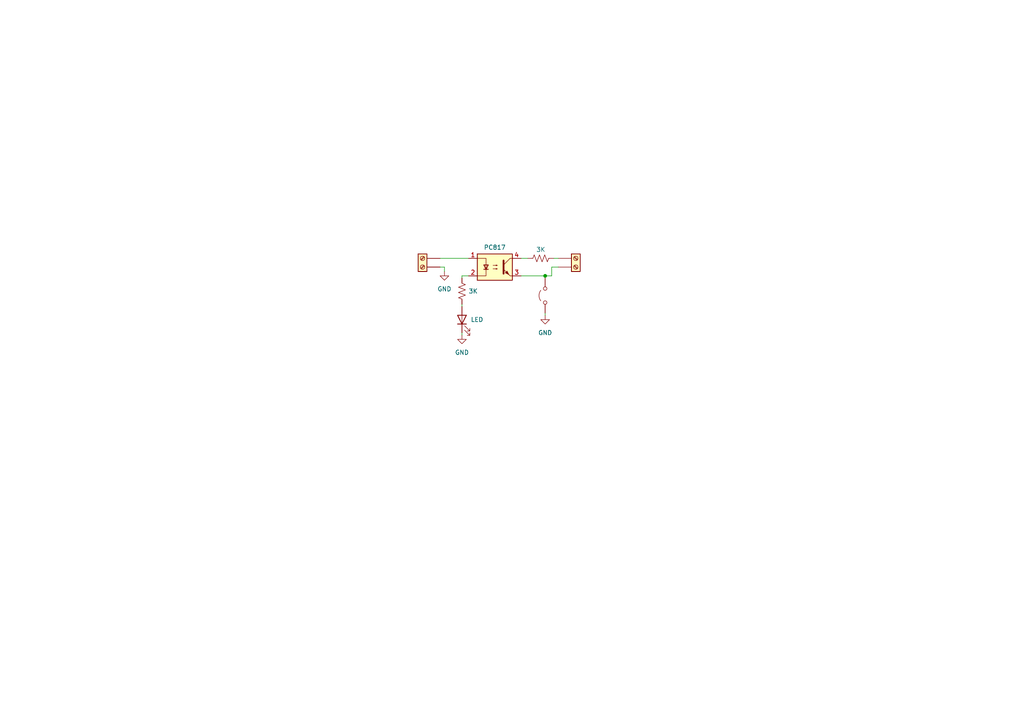
<source format=kicad_sch>
(kicad_sch (version 20211123) (generator eeschema)
  (paper "A4")
  (lib_symbols
    (symbol "Connector:Screw_Terminal_01x02" (pin_numbers hide) (pin_names (offset 1.016) hide)
      (property "Reference" "J" (at 0 2.54 0))
      (property "Value" "Screw_Terminal_01x02" (at 0 -5.08 0))
      (symbol "Screw_Terminal_01x02_1_1"
        (rectangle (start -1.27 1.27) (end 1.27 -3.81) (stroke (width 0.254)) (fill (type background)))
        (circle (center 0 -2.54) (radius 0.635) (stroke (width 0.1524)))
        (polyline (pts (xy -0.5334 -2.2098) (xy 0.3302 -3.048)) (stroke (width 0.1524)))
        (polyline (pts (xy -0.5334 0.3302) (xy 0.3302 -0.508)) (stroke (width 0.1524)))
        (polyline (pts (xy -0.3556 -2.032) (xy 0.508 -2.8702)) (stroke (width 0.1524)))
        (polyline (pts (xy -0.3556 0.508) (xy 0.508 -0.3302)) (stroke (width 0.1524)))
        (circle (center 0 0) (radius 0.635) (stroke (width 0.1524)))
        (pin passive line (at -5.08 0 0) (length 3.81) (name "Pin_1") (number "1"))
        (pin passive line (at -5.08 -2.54 0) (length 3.81) (name "Pin_2") (number "2"))
      )
    )
    (symbol "Device:LED" (pin_numbers hide) (pin_names (offset 1.016) hide)
      (property "Reference" "D" (at 0 2.54 0))
      (property "Value" "LED" (at 0 -2.54 0))
      (symbol "LED_0_1"
        (polyline (pts (xy -1.27 -1.27) (xy -1.27 1.27)) (stroke (width 0.254)))
        (polyline (pts (xy -1.27 0) (xy 1.27 0)))
        (polyline (pts (xy 1.27 -1.27) (xy 1.27 1.27) (xy -1.27 0) (xy 1.27 -1.27)) (stroke (width 0.254)))
        (polyline (pts (xy -3.048 -0.762) (xy -4.572 -2.286) (xy -3.81 -2.286) (xy -4.572 -2.286) (xy -4.572 -1.524)))
        (polyline (pts (xy -1.778 -0.762) (xy -3.302 -2.286) (xy -2.54 -2.286) (xy -3.302 -2.286) (xy -3.302 -1.524)))
      )
      (symbol "LED_1_1"
        (pin passive line (at -3.81 0 0) (length 2.54) (name "K") (number "1"))
        (pin passive line (at 3.81 0 180) (length 2.54) (name "A") (number "2"))
      )
    )
    (symbol "Device:R_US" (pin_numbers hide) (pin_names (offset 0))
      (property "Reference" "R" (at 2.54 0 90))
      (property "Value" "R_US" (at -2.54 0 90))
      (symbol "R_US_0_1"
        (polyline (pts (xy 0 -2.286) (xy 0 -2.54)))
        (polyline (pts (xy 0 2.286) (xy 0 2.54)))
        (polyline (pts (xy 0 -0.762) (xy 1.016 -1.143) (xy 0 -1.524) (xy -1.016 -1.905) (xy 0 -2.286)))
        (polyline (pts (xy 0 0.762) (xy 1.016 0.381) (xy 0 0) (xy -1.016 -0.381) (xy 0 -0.762)))
        (polyline (pts (xy 0 2.286) (xy 1.016 1.905) (xy 0 1.524) (xy -1.016 1.143) (xy 0 0.762)))
      )
      (symbol "R_US_1_1"
        (pin passive line (at 0 3.81 270) (length 1.27) (name "~") (number "1"))
        (pin passive line (at 0 -3.81 90) (length 1.27) (name "~") (number "2"))
      )
    )
    (symbol "Isolator:PC817" (pin_names (offset 1.016))
      (property "Reference" "U" (at -5.08 5.08 0))
      (property "Value" "PC817" (at 0 5.08 0))
      (symbol "PC817_0_1"
        (rectangle (start -5.08 3.81) (end 5.08 -3.81) (stroke (width 0.254)) (fill (type background)))
        (polyline (pts (xy -3.175 -0.635) (xy -1.905 -0.635)) (stroke (width 0.254)))
        (polyline (pts (xy 2.54 0.635) (xy 4.445 2.54)))
        (polyline (pts (xy 4.445 -2.54) (xy 2.54 -0.635)) (fill (type outline)))
        (polyline (pts (xy 4.445 -2.54) (xy 5.08 -2.54)))
        (polyline (pts (xy 4.445 2.54) (xy 5.08 2.54)))
        (polyline (pts (xy -5.08 2.54) (xy -2.54 2.54) (xy -2.54 -0.635)))
        (polyline (pts (xy -2.54 -0.635) (xy -2.54 -2.54) (xy -5.08 -2.54)))
        (polyline (pts (xy 2.54 1.905) (xy 2.54 -1.905) (xy 2.54 -1.905)) (stroke (width 0.508)))
        (polyline (pts (xy -2.54 -0.635) (xy -3.175 0.635) (xy -1.905 0.635) (xy -2.54 -0.635)) (stroke (width 0.254)))
        (polyline (pts (xy -0.508 -0.508) (xy 0.762 -0.508) (xy 0.381 -0.635) (xy 0.381 -0.381) (xy 0.762 -0.508)))
        (polyline (pts (xy -0.508 0.508) (xy 0.762 0.508) (xy 0.381 0.381) (xy 0.381 0.635) (xy 0.762 0.508)))
        (polyline (pts (xy 3.048 -1.651) (xy 3.556 -1.143) (xy 4.064 -2.159) (xy 3.048 -1.651) (xy 3.048 -1.651)) (fill (type outline)))
      )
      (symbol "PC817_1_1"
        (pin passive line (at -7.62 2.54 0) (length 2.54) (name "~") (number "1"))
        (pin passive line (at -7.62 -2.54 0) (length 2.54) (name "~") (number "2"))
        (pin passive line (at 7.62 -2.54 180) (length 2.54) (name "~") (number "3"))
        (pin passive line (at 7.62 2.54 180) (length 2.54) (name "~") (number "4"))
      )
    )
    (symbol "Jumper:Jumper_2_Open" (pin_numbers hide) (pin_names (offset 0) hide)
      (property "Reference" "JP" (at 0 2.794 0))
      (property "Value" "Jumper_2_Open" (at 0 -2.286 0))
      (symbol "Jumper_2_Open_0_0"
        (circle (center -2.032 0) (radius 0.508))
        (circle (center 2.032 0) (radius 0.508))
      )
      (symbol "Jumper_2_Open_0_1"
        (arc (start 1.524 1.27) (mid 0 1.778) (end -1.524 1.27))
      )
      (symbol "Jumper_2_Open_1_1"
        (pin passive line (at -5.08 0 0) (length 2.54) (name "A") (number "1"))
        (pin passive line (at 5.08 0 180) (length 2.54) (name "B") (number "2"))
      )
    )
    (symbol "Screw_Terminal_01x02_1" (pin_numbers hide) (pin_names (offset 1.016) hide)
      (property "Reference" "J" (at 0 2.54 0))
      (property "Value" "Screw_Terminal_01x02_1" (at 0 -5.08 0))
      (symbol "Screw_Terminal_01x02_1_1_1"
        (rectangle (start -1.27 1.27) (end 1.27 -3.81) (stroke (width 0.254)) (fill (type background)))
        (circle (center 0 -2.54) (radius 0.635) (stroke (width 0.1524)))
        (polyline (pts (xy -0.5334 -2.2098) (xy 0.3302 -3.048)) (stroke (width 0.1524)))
        (polyline (pts (xy -0.5334 0.3302) (xy 0.3302 -0.508)) (stroke (width 0.1524)))
        (polyline (pts (xy -0.3556 -2.032) (xy 0.508 -2.8702)) (stroke (width 0.1524)))
        (polyline (pts (xy -0.3556 0.508) (xy 0.508 -0.3302)) (stroke (width 0.1524)))
        (circle (center 0 0) (radius 0.635) (stroke (width 0.1524)))
        (pin passive line (at -5.08 0 0) (length 3.81) (name "Pin_1") (number "1"))
        (pin passive line (at -5.08 -2.54 0) (length 3.81) (name "Pin_2") (number "2"))
      )
    )
    (symbol "power:GND" (power) (pin_names (offset 0))
      (property "Value" "GND" (at 0 -3.81 0))
      (symbol "GND_0_1"
        (polyline (pts (xy 0 0) (xy 0 -1.27) (xy 1.27 -1.27) (xy 0 -2.54) (xy -1.27 -1.27) (xy 0 -1.27)))
      )
      (symbol "GND_1_1"
        (pin power_in line (at 0 0 270) (length 0) hide (name "GND") (number "1"))
      )
    )
  )
  (junction (at 158.115 80.01))
  (wire (pts (xy 133.985 88.265) (xy 133.985 88.9)))
  (wire (pts (xy 133.985 96.52) (xy 133.985 97.155)))
  (wire (pts (xy 133.985 80.01) (xy 133.985 80.645)))
  (wire (pts (xy 160.02 80.01) (xy 160.02 77.47)))
  (wire (pts (xy 127.635 74.93) (xy 135.89 74.93)))
  (wire (pts (xy 151.13 74.93) (xy 153.035 74.93)))
  (wire (pts (xy 158.115 90.805) (xy 158.115 91.44)))
  (wire (pts (xy 128.905 77.47) (xy 128.905 78.74)))
  (wire (pts (xy 127.635 77.47) (xy 128.905 77.47)))
  (wire (pts (xy 158.115 80.01) (xy 160.02 80.01)))
  (wire (pts (xy 151.13 80.01) (xy 158.115 80.01)))
  (wire (pts (xy 135.89 80.01) (xy 133.985 80.01)))
  (wire (pts (xy 158.115 80.01) (xy 158.115 80.645)))
  (wire (pts (xy 160.655 74.93) (xy 161.925 74.93)))
  (wire (pts (xy 160.02 77.47) (xy 161.925 77.47)))
  (symbol (lib_id "Jumper:Jumper_2_Open") (at 158.115 85.725 90) (unit 1)
    (property "Reference" "JP?" (effects hide))
    (property "Value" "Jumper_2_Open" (effects hide))
  )
  (symbol (lib_id "power:GND") (at 133.985 97.155 0) (unit 1)
    (property "Reference" "#PWR?" (effects hide))
    (property "Value" "GND" (at 133.985 102.235 0))
  )
  (symbol (lib_name "Screw_Terminal_01x02_1") (lib_id "Connector:Screw_Terminal_01x02") (at 122.555 74.93 0) (mirror y) (unit 1)
    (property "Reference" "J?" (effects hide))
    (property "Value" "Screw_Terminal_01x02" (effects hide))
  )
  (symbol (lib_id "Device:R_US") (at 156.845 74.93 270) (unit 1)
    (property "Reference" "R?" (effects hide))
    (property "Value" "3K" (at 156.845 72.39 90))
  )
  (symbol (lib_id "Device:R_US") (at 133.985 84.455 0) (unit 1)
    (property "Reference" "R?" (effects hide))
    (property "Value" "3K" (at 135.89 84.455 0) (effects (justify left)))
  )
  (symbol (lib_id "power:GND") (at 128.905 78.74 0) (unit 1)
    (property "Reference" "#PWR?" (effects hide))
    (property "Value" "GND" (at 128.905 83.82 0))
  )
  (symbol (lib_id "Isolator:PC817") (at 143.51 77.47 0) (unit 1)
    (property "Reference" "U?" (effects hide))
    (property "Value" "PC817" (at 143.51 71.755 0))
    (property "Footprint" "Package_DIP:DIP-4_W7.62mm" (effects hide))
    (property "Datasheet" "http://www.soselectronic.cz/a_info/resource/d/pc817.pdf" (effects hide))
  )
  (symbol (lib_id "power:GND") (at 158.115 91.44 0) (unit 1)
    (property "Reference" "#PWR?" (effects hide))
    (property "Value" "GND" (at 158.115 96.52 0))
  )
  (symbol (lib_id "Device:LED") (at 133.985 92.71 90) (unit 1)
    (property "Reference" "D?" (effects hide))
    (property "Value" "LED" (at 136.525 92.71 90) (effects (justify right)))
  )
  (symbol (lib_id "Connector:Screw_Terminal_01x02") (at 167.005 74.93 0) (unit 1)
    (property "Reference" "J?" (effects hide))
    (property "Value" "Screw_Terminal_01x02" (effects hide))
  )
)
</source>
